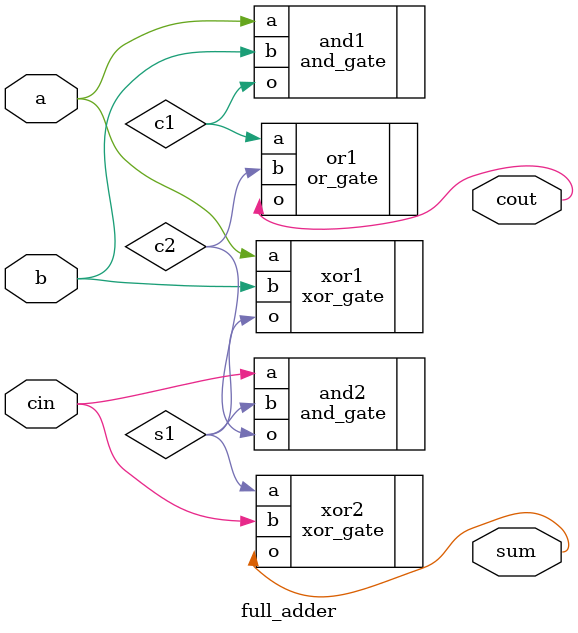
<source format=sv>
module full_adder (
	input a,
	input b,
	input cin,
	output cout,
	output sum
);
	
	// Intermediate signals
	wire s1, c1, c2;
	
	// First XOR gate
	xor_gate xor1 (.a(a), .b(b), .o(s1));
	
	// Second XOR gate
	xor_gate xor2 (.a(s1), .b(cin), .o(sum));
	
	// First AND gate
	and_gate and1 (.a(a), .b(b), .o(c1));
	
	// Second AND gate
	and_gate and2 (.a(cin), .b(s1), .o(c2));
	
	// OR gate
	or_gate or1 (.a(c1), .b(c2), .o(cout));
endmodule

</source>
